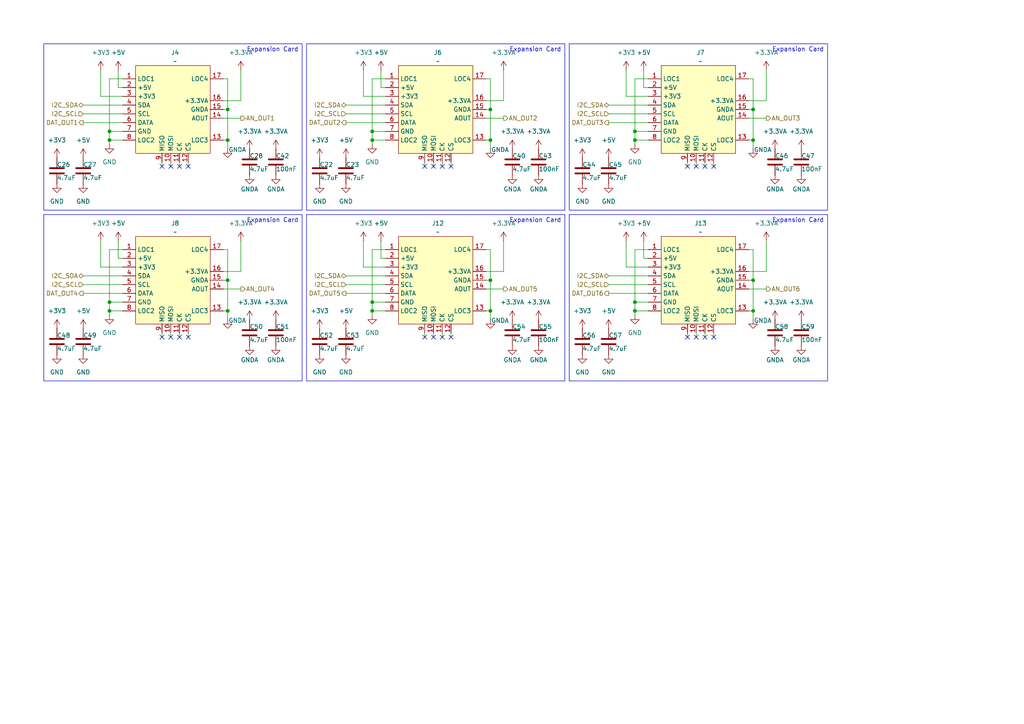
<source format=kicad_sch>
(kicad_sch (version 20231120) (generator "eeschema") (generator_version "8.0")
  (paper "A4")
  (title_block (title "FruityLogger") (date "2024-03-11") (rev "A") (company "FruityJungle Co."))
  (lib_symbols
    (symbol "Device:C" (pin_numbers hide) (pin_names (offset 0.254))
      (property "Reference" "C" (at 0.635 2.54 0))
      (property "Value" "C" (at 0.635 -2.54 0))
      (symbol "C_0_1"
        (polyline (pts (xy -2.032 -0.762) (xy 2.032 -0.762)) (stroke (width 0.508)))
        (polyline (pts (xy -2.032 0.762) (xy 2.032 0.762)) (stroke (width 0.508)))
      )
      (symbol "C_1_1"
        (pin passive line (at 0 3.81 270) (length 2.794) (name "~") (number "1"))
        (pin passive line (at 0 -3.81 90) (length 2.794) (name "~") (number "2"))
      )
    )
    (symbol "ProjectLib:FloggyDigitalModule"
      (property "Reference" "J" (at 8.128 14.986 0))
      (symbol "FloggyDigitalModule_1_1"
        (rectangle (start -11.43 13.97) (end 10.16 -11.43) (fill (type background)))
        (pin passive line (at -15.24 10.16 0) (length 3.81) (name "LOC1") (number "1"))
        (pin input line (at -1.27 -13.97 90) (length 2.54) (name "MOSI") (number "10"))
        (pin input line (at 1.27 -13.97 90) (length 2.54) (name "CK") (number "11"))
        (pin input line (at 3.81 -13.97 90) (length 2.54) (name "CS") (number "12"))
        (pin passive line (at 13.97 -7.62 180) (length 3.81) (name "LOC3") (number "13"))
        (pin passive line (at 13.97 -1.27 180) (length 3.81) (name "AOUT") (number "14"))
        (pin passive line (at 13.97 1.27 180) (length 3.81) (name "GNDA") (number "15"))
        (pin passive line (at 13.97 3.81 180) (length 3.81) (name "+3.3VA") (number "16"))
        (pin passive line (at 13.97 10.16 180) (length 3.81) (name "LOC4") (number "17"))
        (pin power_in line (at -15.24 7.62 0) (length 3.81) (name "+5V") (number "2"))
        (pin power_in line (at -15.24 5.08 0) (length 3.81) (name "+3V3") (number "3"))
        (pin bidirectional line (at -15.24 2.54 0) (length 3.81) (name "SDA") (number "4"))
        (pin input line (at -15.24 0 0) (length 3.81) (name "SCL") (number "5"))
        (pin bidirectional line (at -15.24 -2.54 0) (length 3.81) (name "DATA") (number "6"))
        (pin passive line (at -15.24 -5.08 0) (length 3.81) (name "GND") (number "7"))
        (pin passive line (at -15.24 -7.62 0) (length 3.81) (name "LOC2") (number "8"))
        (pin bidirectional line (at -3.81 -13.97 90) (length 2.54) (name "MISO") (number "9"))
      )
    )
    (symbol "power:+3.3VA" (power) (pin_numbers hide) (pin_names (offset 0) hide)
      (property "Value" "+3.3VA" (at 0 3.556 0))
      (symbol "+3.3VA_0_1"
        (polyline (pts (xy -0.762 1.27) (xy 0 2.54)))
        (polyline (pts (xy 0 0) (xy 0 2.54)))
        (polyline (pts (xy 0 2.54) (xy 0.762 1.27)))
      )
      (symbol "+3.3VA_1_1"
        (pin power_in line (at 0 0 90) (length 0) (name "~") (number "1"))
      )
    )
    (symbol "power:+3V3" (power) (pin_numbers hide) (pin_names (offset 0) hide)
      (property "Value" "+3V3" (at 0 3.556 0))
      (symbol "+3V3_0_1"
        (polyline (pts (xy -0.762 1.27) (xy 0 2.54)))
        (polyline (pts (xy 0 0) (xy 0 2.54)))
        (polyline (pts (xy 0 2.54) (xy 0.762 1.27)))
      )
      (symbol "+3V3_1_1"
        (pin power_in line (at 0 0 90) (length 0) (name "~") (number "1"))
      )
    )
    (symbol "power:+5V" (power) (pin_numbers hide) (pin_names (offset 0) hide)
      (property "Value" "+5V" (at 0 3.556 0))
      (symbol "+5V_0_1"
        (polyline (pts (xy -0.762 1.27) (xy 0 2.54)))
        (polyline (pts (xy 0 0) (xy 0 2.54)))
        (polyline (pts (xy 0 2.54) (xy 0.762 1.27)))
      )
      (symbol "+5V_1_1"
        (pin power_in line (at 0 0 90) (length 0) (name "~") (number "1"))
      )
    )
    (symbol "power:GND" (power) (pin_numbers hide) (pin_names (offset 0) hide)
      (property "Value" "GND" (at 0 -3.81 0))
      (symbol "GND_0_1"
        (polyline (pts (xy 0 0) (xy 0 -1.27) (xy 1.27 -1.27) (xy 0 -2.54) (xy -1.27 -1.27) (xy 0 -1.27)))
      )
      (symbol "GND_1_1"
        (pin power_in line (at 0 0 270) (length 0) (name "~") (number "1"))
      )
    )
    (symbol "power:GNDA" (power) (pin_numbers hide) (pin_names (offset 0) hide)
      (property "Value" "GNDA" (at 0 -3.81 0))
      (symbol "GNDA_0_1"
        (polyline (pts (xy 0 0) (xy 0 -1.27) (xy 1.27 -1.27) (xy 0 -2.54) (xy -1.27 -1.27) (xy 0 -1.27)))
      )
      (symbol "GNDA_1_1"
        (pin power_in line (at 0 0 270) (length 0) (name "~") (number "1"))
      )
    )
  )
  (junction (at 107.95 40.64))
  (junction (at 66.04 81.28))
  (junction (at 31.75 87.63))
  (junction (at 31.75 40.64))
  (junction (at 184.15 40.64))
  (junction (at 142.24 40.64))
  (junction (at 66.04 90.17))
  (junction (at 218.44 90.17))
  (junction (at 218.44 31.75))
  (junction (at 142.24 81.28))
  (junction (at 184.15 87.63))
  (junction (at 66.04 31.75))
  (junction (at 107.95 38.1))
  (junction (at 184.15 90.17))
  (junction (at 31.75 38.1))
  (junction (at 107.95 87.63))
  (junction (at 218.44 40.64))
  (junction (at 218.44 81.28))
  (junction (at 107.95 90.17))
  (junction (at 142.24 31.75))
  (junction (at 184.15 38.1))
  (junction (at 142.24 90.17))
  (junction (at 31.75 90.17))
  (junction (at 66.04 40.64))
  (no_connect (at 49.53 97.79))
  (no_connect (at 46.99 97.79))
  (no_connect (at 128.27 97.79))
  (no_connect (at 46.99 48.26))
  (no_connect (at 125.73 48.26))
  (no_connect (at 207.01 97.79))
  (no_connect (at 52.07 48.26))
  (no_connect (at 207.01 48.26))
  (no_connect (at 199.39 48.26))
  (no_connect (at 54.61 48.26))
  (no_connect (at 201.93 97.79))
  (no_connect (at 54.61 97.79))
  (no_connect (at 130.81 97.79))
  (no_connect (at 204.47 97.79))
  (no_connect (at 123.19 97.79))
  (no_connect (at 128.27 48.26))
  (no_connect (at 49.53 48.26))
  (no_connect (at 204.47 48.26))
  (no_connect (at 199.39 97.79))
  (no_connect (at 130.81 48.26))
  (no_connect (at 52.07 97.79))
  (no_connect (at 123.19 48.26))
  (no_connect (at 201.93 48.26))
  (no_connect (at 125.73 97.79))
  (wire (pts (xy 130.81 48.26) (xy 130.81 46.99)))
  (wire (pts (xy 64.77 83.82) (xy 69.85 83.82)))
  (wire (pts (xy 35.56 40.64) (xy 31.75 40.64)))
  (wire (pts (xy 105.41 77.47) (xy 111.76 77.47)))
  (wire (pts (xy 204.47 46.99) (xy 204.47 48.26)))
  (wire (pts (xy 35.56 90.17) (xy 31.75 90.17)))
  (wire (pts (xy 222.25 20.32) (xy 222.25 29.21)))
  (wire (pts (xy 69.85 69.85) (xy 69.85 78.74)))
  (wire (pts (xy 204.47 96.52) (xy 204.47 97.79)))
  (wire (pts (xy 140.97 90.17) (xy 142.24 90.17)))
  (wire (pts (xy 24.13 33.02) (xy 35.56 33.02)))
  (wire (pts (xy 31.75 40.64) (xy 31.75 38.1)))
  (wire (pts (xy 187.96 40.64) (xy 184.15 40.64)))
  (wire (pts (xy 111.76 90.17) (xy 107.95 90.17)))
  (wire (pts (xy 66.04 22.86) (xy 66.04 31.75)))
  (wire (pts (xy 123.19 96.52) (xy 123.19 97.79)))
  (wire (pts (xy 217.17 83.82) (xy 222.25 83.82)))
  (wire (pts (xy 186.69 69.85) (xy 186.69 74.93)))
  (wire (pts (xy 35.56 72.39) (xy 31.75 72.39)))
  (wire (pts (xy 218.44 72.39) (xy 218.44 81.28)))
  (wire (pts (xy 186.69 74.93) (xy 187.96 74.93)))
  (wire (pts (xy 217.17 90.17) (xy 218.44 90.17)))
  (wire (pts (xy 66.04 40.64) (xy 66.04 43.18)))
  (wire (pts (xy 140.97 78.74) (xy 146.05 78.74)))
  (wire (pts (xy 181.61 77.47) (xy 187.96 77.47)))
  (wire (pts (xy 142.24 81.28) (xy 142.24 90.17)))
  (wire (pts (xy 176.53 30.48) (xy 187.96 30.48)))
  (wire (pts (xy 49.53 96.52) (xy 49.53 97.79)))
  (wire (pts (xy 130.81 97.79) (xy 130.81 96.52)))
  (wire (pts (xy 24.13 80.01) (xy 35.56 80.01)))
  (wire (pts (xy 184.15 40.64) (xy 184.15 41.91)))
  (wire (pts (xy 217.17 72.39) (xy 218.44 72.39)))
  (wire (pts (xy 142.24 31.75) (xy 142.24 40.64)))
  (wire (pts (xy 64.77 31.75) (xy 66.04 31.75)))
  (wire (pts (xy 107.95 38.1) (xy 111.76 38.1)))
  (wire (pts (xy 123.19 46.99) (xy 123.19 48.26)))
  (wire (pts (xy 181.61 20.32) (xy 181.61 27.94)))
  (wire (pts (xy 110.49 20.32) (xy 110.49 25.4)))
  (wire (pts (xy 34.29 20.32) (xy 34.29 25.4)))
  (wire (pts (xy 46.99 46.99) (xy 46.99 48.26)))
  (wire (pts (xy 186.69 25.4) (xy 187.96 25.4)))
  (wire (pts (xy 176.53 85.09) (xy 187.96 85.09)))
  (wire (pts (xy 29.21 27.94) (xy 35.56 27.94)))
  (wire (pts (xy 34.29 74.93) (xy 35.56 74.93)))
  (wire (pts (xy 176.53 82.55) (xy 187.96 82.55)))
  (wire (pts (xy 64.77 72.39) (xy 66.04 72.39)))
  (wire (pts (xy 184.15 72.39) (xy 184.15 87.63)))
  (wire (pts (xy 64.77 29.21) (xy 69.85 29.21)))
  (wire (pts (xy 140.97 31.75) (xy 142.24 31.75)))
  (wire (pts (xy 140.97 34.29) (xy 146.05 34.29)))
  (wire (pts (xy 128.27 96.52) (xy 128.27 97.79)))
  (wire (pts (xy 146.05 20.32) (xy 146.05 29.21)))
  (wire (pts (xy 217.17 31.75) (xy 218.44 31.75)))
  (wire (pts (xy 105.41 27.94) (xy 111.76 27.94)))
  (wire (pts (xy 140.97 83.82) (xy 146.05 83.82)))
  (wire (pts (xy 201.93 96.52) (xy 201.93 97.79)))
  (wire (pts (xy 207.01 48.26) (xy 207.01 46.99)))
  (wire (pts (xy 184.15 87.63) (xy 187.96 87.63)))
  (wire (pts (xy 64.77 81.28) (xy 66.04 81.28)))
  (wire (pts (xy 184.15 38.1) (xy 187.96 38.1)))
  (wire (pts (xy 107.95 90.17) (xy 107.95 87.63)))
  (wire (pts (xy 24.13 35.56) (xy 35.56 35.56)))
  (wire (pts (xy 218.44 81.28) (xy 218.44 90.17)))
  (wire (pts (xy 69.85 20.32) (xy 69.85 29.21)))
  (wire (pts (xy 64.77 78.74) (xy 69.85 78.74)))
  (wire (pts (xy 64.77 34.29) (xy 69.85 34.29)))
  (wire (pts (xy 31.75 72.39) (xy 31.75 87.63)))
  (wire (pts (xy 105.41 69.85) (xy 105.41 77.47)))
  (wire (pts (xy 66.04 31.75) (xy 66.04 40.64)))
  (wire (pts (xy 140.97 29.21) (xy 146.05 29.21)))
  (wire (pts (xy 142.24 90.17) (xy 142.24 92.71)))
  (wire (pts (xy 142.24 72.39) (xy 142.24 81.28)))
  (wire (pts (xy 31.75 87.63) (xy 35.56 87.63)))
  (wire (pts (xy 64.77 90.17) (xy 66.04 90.17)))
  (wire (pts (xy 107.95 40.64) (xy 107.95 41.91)))
  (wire (pts (xy 207.01 97.79) (xy 207.01 96.52)))
  (wire (pts (xy 100.33 85.09) (xy 111.76 85.09)))
  (wire (pts (xy 31.75 38.1) (xy 35.56 38.1)))
  (wire (pts (xy 111.76 72.39) (xy 107.95 72.39)))
  (wire (pts (xy 111.76 22.86) (xy 107.95 22.86)))
  (wire (pts (xy 218.44 40.64) (xy 218.44 43.18)))
  (wire (pts (xy 110.49 74.93) (xy 111.76 74.93)))
  (wire (pts (xy 128.27 46.99) (xy 128.27 48.26)))
  (wire (pts (xy 66.04 72.39) (xy 66.04 81.28)))
  (wire (pts (xy 111.76 40.64) (xy 107.95 40.64)))
  (wire (pts (xy 184.15 22.86) (xy 184.15 38.1)))
  (wire (pts (xy 199.39 46.99) (xy 199.39 48.26)))
  (wire (pts (xy 142.24 22.86) (xy 142.24 31.75)))
  (wire (pts (xy 217.17 81.28) (xy 218.44 81.28)))
  (wire (pts (xy 31.75 90.17) (xy 31.75 91.44)))
  (wire (pts (xy 181.61 69.85) (xy 181.61 77.47)))
  (wire (pts (xy 176.53 33.02) (xy 187.96 33.02)))
  (wire (pts (xy 100.33 35.56) (xy 111.76 35.56)))
  (wire (pts (xy 218.44 22.86) (xy 218.44 31.75)))
  (wire (pts (xy 110.49 69.85) (xy 110.49 74.93)))
  (wire (pts (xy 107.95 90.17) (xy 107.95 91.44)))
  (wire (pts (xy 217.17 29.21) (xy 222.25 29.21)))
  (wire (pts (xy 186.69 20.32) (xy 186.69 25.4)))
  (wire (pts (xy 217.17 40.64) (xy 218.44 40.64)))
  (wire (pts (xy 110.49 25.4) (xy 111.76 25.4)))
  (wire (pts (xy 140.97 40.64) (xy 142.24 40.64)))
  (wire (pts (xy 105.41 20.32) (xy 105.41 27.94)))
  (wire (pts (xy 107.95 40.64) (xy 107.95 38.1)))
  (wire (pts (xy 181.61 27.94) (xy 187.96 27.94)))
  (wire (pts (xy 140.97 22.86) (xy 142.24 22.86)))
  (wire (pts (xy 107.95 72.39) (xy 107.95 87.63)))
  (wire (pts (xy 54.61 97.79) (xy 54.61 96.52)))
  (wire (pts (xy 217.17 34.29) (xy 222.25 34.29)))
  (wire (pts (xy 24.13 82.55) (xy 35.56 82.55)))
  (wire (pts (xy 31.75 40.64) (xy 31.75 41.91)))
  (wire (pts (xy 201.93 46.99) (xy 201.93 48.26)))
  (wire (pts (xy 31.75 90.17) (xy 31.75 87.63)))
  (wire (pts (xy 64.77 22.86) (xy 66.04 22.86)))
  (wire (pts (xy 218.44 31.75) (xy 218.44 40.64)))
  (wire (pts (xy 187.96 90.17) (xy 184.15 90.17)))
  (wire (pts (xy 199.39 96.52) (xy 199.39 97.79)))
  (wire (pts (xy 125.73 96.52) (xy 125.73 97.79)))
  (wire (pts (xy 140.97 81.28) (xy 142.24 81.28)))
  (wire (pts (xy 140.97 72.39) (xy 142.24 72.39)))
  (wire (pts (xy 146.05 69.85) (xy 146.05 78.74)))
  (wire (pts (xy 24.13 30.48) (xy 35.56 30.48)))
  (wire (pts (xy 187.96 22.86) (xy 184.15 22.86)))
  (wire (pts (xy 52.07 96.52) (xy 52.07 97.79)))
  (wire (pts (xy 34.29 25.4) (xy 35.56 25.4)))
  (wire (pts (xy 100.33 80.01) (xy 111.76 80.01)))
  (wire (pts (xy 29.21 69.85) (xy 29.21 77.47)))
  (wire (pts (xy 64.77 40.64) (xy 66.04 40.64)))
  (wire (pts (xy 31.75 22.86) (xy 31.75 38.1)))
  (wire (pts (xy 35.56 22.86) (xy 31.75 22.86)))
  (wire (pts (xy 29.21 77.47) (xy 35.56 77.47)))
  (wire (pts (xy 54.61 48.26) (xy 54.61 46.99)))
  (wire (pts (xy 222.25 69.85) (xy 222.25 78.74)))
  (wire (pts (xy 184.15 90.17) (xy 184.15 91.44)))
  (wire (pts (xy 34.29 69.85) (xy 34.29 74.93)))
  (wire (pts (xy 52.07 46.99) (xy 52.07 48.26)))
  (wire (pts (xy 218.44 90.17) (xy 218.44 92.71)))
  (wire (pts (xy 217.17 78.74) (xy 222.25 78.74)))
  (wire (pts (xy 184.15 40.64) (xy 184.15 38.1)))
  (wire (pts (xy 217.17 22.86) (xy 218.44 22.86)))
  (wire (pts (xy 187.96 72.39) (xy 184.15 72.39)))
  (wire (pts (xy 125.73 46.99) (xy 125.73 48.26)))
  (wire (pts (xy 176.53 35.56) (xy 187.96 35.56)))
  (wire (pts (xy 66.04 81.28) (xy 66.04 90.17)))
  (wire (pts (xy 100.33 33.02) (xy 111.76 33.02)))
  (wire (pts (xy 49.53 46.99) (xy 49.53 48.26)))
  (wire (pts (xy 107.95 22.86) (xy 107.95 38.1)))
  (wire (pts (xy 29.21 20.32) (xy 29.21 27.94)))
  (wire (pts (xy 66.04 90.17) (xy 66.04 92.71)))
  (wire (pts (xy 107.95 87.63) (xy 111.76 87.63)))
  (wire (pts (xy 142.24 40.64) (xy 142.24 43.18)))
  (wire (pts (xy 176.53 80.01) (xy 187.96 80.01)))
  (wire (pts (xy 100.33 82.55) (xy 111.76 82.55)))
  (wire (pts (xy 46.99 96.52) (xy 46.99 97.79)))
  (wire (pts (xy 184.15 90.17) (xy 184.15 87.63)))
  (wire (pts (xy 24.13 85.09) (xy 35.56 85.09)))
  (wire (pts (xy 100.33 30.48) (xy 111.76 30.48)))
  (rectangle (start 88.9 12.7) (end 163.83 60.96))
  (rectangle (start 88.9 62.23) (end 163.83 110.49))
  (rectangle (start 12.7 62.23) (end 87.63 110.49))
  (rectangle (start 165.1 62.23) (end 240.03 110.49))
  (rectangle (start 12.7 12.7) (end 87.63 60.96))
  (rectangle (start 165.1 12.7) (end 240.03 60.96))
  (text "Expansion Card" (at 162.814 13.716 0) (effects (font (size 1.27 1.27)) (justify right top)))
  (text "Expansion Card" (at 162.814 63.246 0) (effects (font (size 1.27 1.27)) (justify right top)))
  (text "Expansion Card" (at 239.014 63.246 0) (effects (font (size 1.27 1.27)) (justify right top)))
  (text "Expansion Card" (at 239.014 13.716 0) (effects (font (size 1.27 1.27)) (justify right top)))
  (text "Expansion Card" (at 86.614 13.716 0) (effects (font (size 1.27 1.27)) (justify right top)))
  (text "Expansion Card" (at 86.614 63.246 0) (effects (font (size 1.27 1.27)) (justify right top)))
  (hierarchical_label "I2C_SCL" (shape input) (at 100.33 33.02 180))
  (hierarchical_label "AN_OUT2" (shape output) (at 146.05 34.29 0))
  (hierarchical_label "AN_OUT6" (shape output) (at 222.25 83.82 0))
  (hierarchical_label "AN_OUT1" (shape output) (at 69.85 34.29 0))
  (hierarchical_label "I2C_SDA" (shape bidirectional) (at 176.53 80.01 180))
  (hierarchical_label "I2C_SDA" (shape bidirectional) (at 24.13 30.48 180))
  (hierarchical_label "DAT_OUT1" (shape output) (at 24.13 35.56 180))
  (hierarchical_label "I2C_SCL" (shape input) (at 100.33 82.55 180))
  (hierarchical_label "DAT_OUT4" (shape output) (at 24.13 85.09 180))
  (hierarchical_label "DAT_OUT2" (shape output) (at 100.33 35.56 180))
  (hierarchical_label "DAT_OUT5" (shape output) (at 100.33 85.09 180))
  (hierarchical_label "DAT_OUT6" (shape output) (at 176.53 85.09 180))
  (hierarchical_label "I2C_SDA" (shape bidirectional) (at 100.33 80.01 180))
  (hierarchical_label "I2C_SCL" (shape input) (at 24.13 82.55 180))
  (hierarchical_label "I2C_SCL" (shape input) (at 176.53 82.55 180))
  (hierarchical_label "AN_OUT5" (shape output) (at 146.05 83.82 0))
  (hierarchical_label "I2C_SCL" (shape input) (at 24.13 33.02 180))
  (hierarchical_label "I2C_SCL" (shape input) (at 176.53 33.02 180))
  (hierarchical_label "DAT_OUT3" (shape output) (at 176.53 35.56 180))
  (hierarchical_label "I2C_SDA" (shape bidirectional) (at 24.13 80.01 180))
  (hierarchical_label "AN_OUT4" (shape output) (at 69.85 83.82 0))
  (hierarchical_label "I2C_SDA" (shape bidirectional) (at 176.53 30.48 180))
  (hierarchical_label "I2C_SDA" (shape bidirectional) (at 100.33 30.48 180))
  (hierarchical_label "AN_OUT3" (shape output) (at 222.25 34.29 0))
  (symbol (lib_id "power:+3V3") (at 16.51 45.72 0) (unit 1)
    (property "Reference" "#PWR077" (effects (hide yes)))
    (property "Value" "+3V3" (at 16.51 40.64 0))
    (property "Description" "Power symbol creates a global label with name \"+3V3\"" (effects (hide yes)))
  )
  (symbol (lib_id "power:+3.3VA") (at 148.59 92.71 0) (unit 1)
    (property "Reference" "#PWR0146" (effects (hide yes)))
    (property "Value" "+3.3VA" (at 148.59 87.63 0))
    (property "Description" "Power symbol creates a global label with name \"+3.3VA\"" (effects (hide yes)))
  )
  (symbol (lib_id "power:GNDA") (at 232.41 100.33 0) (unit 1)
    (property "Reference" "#PWR0162" (effects (hide yes)))
    (property "Value" "GNDA" (at 232.41 104.394 0))
    (property "Description" "Power symbol creates a global label with name \"GNDA\" , analog ground" (effects (hide yes)))
  )
  (symbol (lib_id "power:GNDA") (at 142.24 43.18 0) (unit 1)
    (property "Reference" "#PWR072" (effects (hide yes)))
    (property "Value" "GNDA" (at 145.034 43.434 0))
    (property "Description" "Power symbol creates a global label with name \"GNDA\" , analog ground" (effects (hide yes)))
  )
  (symbol (lib_id "power:+3V3") (at 92.71 95.25 0) (unit 1)
    (property "Reference" "#PWR0137" (effects (hide yes)))
    (property "Value" "+3V3" (at 92.71 90.17 0))
    (property "Description" "Power symbol creates a global label with name \"+3V3\"" (effects (hide yes)))
  )
  (symbol (lib_id "power:GND") (at 184.15 91.44 0) (unit 1)
    (property "Reference" "#PWR0155" (effects (hide yes)))
    (property "Value" "GND" (at 184.15 96.52 0))
    (property "Description" "Power symbol creates a global label with name \"GND\" , ground" (effects (hide yes)))
  )
  (symbol (lib_id "Device:C") (at 168.91 49.53 0) (unit 1)
    (property "Reference" "C44" (at 168.91 47.752 0) (effects (justify left)))
    (property "Value" "4.7uF" (at 168.91 51.562 0) (effects (justify left)))
    (property "Footprint" "Capacitor_SMD:C_0805_2012Metric" (effects (hide yes)))
    (property "Description" "Unpolarized capacitor" (effects (hide yes)))
    (property "JLCPCB Basic?" "True" (effects (hide yes)))
    (property "Cost" "0.0146" (effects (hide yes)))
    (property "JLCPCB" "https://jlcpcb.com/partdetail/2131-CL21A475KAQNNNE/C1779" (effects (hide yes)))
  )
  (symbol (lib_id "ProjectLib:FloggyDigitalModule") (at 127 82.55 0) (unit 1)
    (property "Reference" "J12" (at 127 64.77 0))
    (property "Value" "~" (at 127 67.31 0))
    (property "Footprint" "ProjectLib:FloggyModuleBase" (effects (hide yes)))
  )
  (symbol (lib_id "power:+5V") (at 110.49 69.85 0) (unit 1)
    (property "Reference" "#PWR0143" (effects (hide yes)))
    (property "Value" "+5V" (at 110.49 64.77 0))
    (property "Description" "Power symbol creates a global label with name \"+5V\"" (effects (hide yes)))
  )
  (symbol (lib_id "ProjectLib:FloggyDigitalModule") (at 203.2 82.55 0) (unit 1)
    (property "Reference" "J13" (at 203.2 64.77 0))
    (property "Value" "~" (at 203.2 67.31 0))
    (property "Footprint" "ProjectLib:FloggyModuleBase" (effects (hide yes)))
  )
  (symbol (lib_id "Device:C") (at 16.51 49.53 0) (unit 1)
    (property "Reference" "C26" (at 16.51 47.752 0) (effects (justify left)))
    (property "Value" "4.7uF" (at 16.51 51.562 0) (effects (justify left)))
    (property "Footprint" "Capacitor_SMD:C_0805_2012Metric" (effects (hide yes)))
    (property "Description" "Unpolarized capacitor" (effects (hide yes)))
    (property "JLCPCB Basic?" "True" (effects (hide yes)))
    (property "Cost" "0.0146" (effects (hide yes)))
    (property "JLCPCB" "https://jlcpcb.com/partdetail/2131-CL21A475KAQNNNE/C1779" (effects (hide yes)))
  )
  (symbol (lib_id "power:GNDA") (at 148.59 100.33 0) (unit 1)
    (property "Reference" "#PWR0147" (effects (hide yes)))
    (property "Value" "GNDA" (at 148.59 104.394 0))
    (property "Description" "Power symbol creates a global label with name \"GNDA\" , analog ground" (effects (hide yes)))
  )
  (symbol (lib_id "Device:C") (at 72.39 96.52 0) (unit 1)
    (property "Reference" "C50" (at 72.39 94.742 0) (effects (justify left)))
    (property "Value" "4.7uF" (at 72.39 98.552 0) (effects (justify left)))
    (property "Footprint" "Capacitor_SMD:C_0805_2012Metric" (effects (hide yes)))
    (property "Description" "Unpolarized capacitor" (effects (hide yes)))
    (property "JLCPCB Basic?" "True" (effects (hide yes)))
    (property "Cost" "0.0146" (effects (hide yes)))
    (property "JLCPCB" "https://jlcpcb.com/partdetail/2131-CL21A475KAQNNNE/C1779" (effects (hide yes)))
  )
  (symbol (lib_id "Device:C") (at 232.41 96.52 0) (unit 1)
    (property "Reference" "C59" (at 232.41 94.742 0) (effects (justify left)))
    (property "Value" "100nF" (at 232.41 98.552 0) (effects (justify left)))
    (property "Footprint" "Capacitor_SMD:C_0603_1608Metric" (effects (hide yes)))
    (property "Description" "Unpolarized capacitor" (effects (hide yes)))
    (property "Cost" "0.0021" (effects (hide yes)))
    (property "JLCPCB" "https://jlcpcb.com/partdetail/Yageo-CC0603KRX7R9BB104/C14663" (effects (hide yes)))
    (property "JLCPCB Basic?" "True" (effects (hide yes)))
  )
  (symbol (lib_id "power:+3.3VA") (at 80.01 43.18 0) (unit 1)
    (property "Reference" "#PWR0113" (effects (hide yes)))
    (property "Value" "+3.3VA" (at 80.01 38.1 0))
    (property "Description" "Power symbol creates a global label with name \"+3.3VA\"" (effects (hide yes)))
  )
  (symbol (lib_id "ProjectLib:FloggyDigitalModule") (at 50.8 33.02 0) (unit 1)
    (property "Reference" "J4" (at 50.8 15.24 0))
    (property "Value" "~" (at 50.8 17.78 0))
    (property "Footprint" "ProjectLib:FloggyModuleBase" (effects (hide yes)))
  )
  (symbol (lib_id "power:GNDA") (at 224.79 100.33 0) (unit 1)
    (property "Reference" "#PWR0160" (effects (hide yes)))
    (property "Value" "GNDA" (at 224.79 104.394 0))
    (property "Description" "Power symbol creates a global label with name \"GNDA\" , analog ground" (effects (hide yes)))
  )
  (symbol (lib_id "power:+5V") (at 24.13 45.72 0) (unit 1)
    (property "Reference" "#PWR079" (effects (hide yes)))
    (property "Value" "+5V" (at 24.13 40.64 0))
    (property "Description" "Power symbol creates a global label with name \"+5V\"" (effects (hide yes)))
  )
  (symbol (lib_id "power:GND") (at 31.75 41.91 0) (unit 1)
    (property "Reference" "#PWR0116" (effects (hide yes)))
    (property "Value" "GND" (at 31.75 46.99 0))
    (property "Description" "Power symbol creates a global label with name \"GND\" , ground" (effects (hide yes)))
  )
  (symbol (lib_id "Device:C") (at 168.91 99.06 0) (unit 1)
    (property "Reference" "C56" (at 168.91 97.282 0) (effects (justify left)))
    (property "Value" "4.7uF" (at 168.91 101.092 0) (effects (justify left)))
    (property "Footprint" "Capacitor_SMD:C_0805_2012Metric" (effects (hide yes)))
    (property "Description" "Unpolarized capacitor" (effects (hide yes)))
    (property "JLCPCB Basic?" "True" (effects (hide yes)))
    (property "Cost" "0.0146" (effects (hide yes)))
    (property "JLCPCB" "https://jlcpcb.com/partdetail/2131-CL21A475KAQNNNE/C1779" (effects (hide yes)))
  )
  (symbol (lib_id "Device:C") (at 80.01 96.52 0) (unit 1)
    (property "Reference" "C51" (at 80.01 94.742 0) (effects (justify left)))
    (property "Value" "100nF" (at 80.01 98.552 0) (effects (justify left)))
    (property "Footprint" "Capacitor_SMD:C_0603_1608Metric" (effects (hide yes)))
    (property "Description" "Unpolarized capacitor" (effects (hide yes)))
    (property "Cost" "0.0021" (effects (hide yes)))
    (property "JLCPCB" "https://jlcpcb.com/partdetail/Yageo-CC0603KRX7R9BB104/C14663" (effects (hide yes)))
    (property "JLCPCB Basic?" "True" (effects (hide yes)))
  )
  (symbol (lib_id "power:+3V3") (at 181.61 69.85 0) (unit 1)
    (property "Reference" "#PWR0154" (effects (hide yes)))
    (property "Value" "+3V3" (at 181.61 64.77 0))
    (property "Description" "Power symbol creates a global label with name \"+3V3\"" (effects (hide yes)))
  )
  (symbol (lib_id "power:GND") (at 168.91 102.87 0) (unit 1)
    (property "Reference" "#PWR0151" (effects (hide yes)))
    (property "Value" "GND" (at 168.91 107.95 0))
    (property "Description" "Power symbol creates a global label with name \"GND\" , ground" (effects (hide yes)))
  )
  (symbol (lib_id "power:+3.3VA") (at 80.01 92.71 0) (unit 1)
    (property "Reference" "#PWR0135" (effects (hide yes)))
    (property "Value" "+3.3VA" (at 80.01 87.63 0))
    (property "Description" "Power symbol creates a global label with name \"+3.3VA\"" (effects (hide yes)))
  )
  (symbol (lib_id "power:GNDA") (at 72.39 100.33 0) (unit 1)
    (property "Reference" "#PWR0134" (effects (hide yes)))
    (property "Value" "GNDA" (at 72.39 104.394 0))
    (property "Description" "Power symbol creates a global label with name \"GNDA\" , analog ground" (effects (hide yes)))
  )
  (symbol (lib_id "power:+5V") (at 100.33 95.25 0) (unit 1)
    (property "Reference" "#PWR0139" (effects (hide yes)))
    (property "Value" "+5V" (at 100.33 90.17 0))
    (property "Description" "Power symbol creates a global label with name \"+5V\"" (effects (hide yes)))
  )
  (symbol (lib_id "power:GNDA") (at 232.41 50.8 0) (unit 1)
    (property "Reference" "#PWR0123" (effects (hide yes)))
    (property "Value" "GNDA" (at 232.41 54.864 0))
    (property "Description" "Power symbol creates a global label with name \"GNDA\" , analog ground" (effects (hide yes)))
  )
  (symbol (lib_id "Device:C") (at 24.13 49.53 0) (unit 1)
    (property "Reference" "C27" (at 24.13 47.752 0) (effects (justify left)))
    (property "Value" "4.7uF" (at 24.13 51.562 0) (effects (justify left)))
    (property "Footprint" "Capacitor_SMD:C_0805_2012Metric" (effects (hide yes)))
    (property "Description" "Unpolarized capacitor" (effects (hide yes)))
    (property "JLCPCB Basic?" "True" (effects (hide yes)))
    (property "Cost" "0.0146" (effects (hide yes)))
    (property "JLCPCB" "https://jlcpcb.com/partdetail/2131-CL21A475KAQNNNE/C1779" (effects (hide yes)))
  )
  (symbol (lib_id "power:+5V") (at 110.49 20.32 0) (unit 1)
    (property "Reference" "#PWR069" (effects (hide yes)))
    (property "Value" "+5V" (at 110.49 15.24 0))
    (property "Description" "Power symbol creates a global label with name \"+5V\"" (effects (hide yes)))
  )
  (symbol (lib_id "power:GND") (at 176.53 53.34 0) (unit 1)
    (property "Reference" "#PWR0105" (effects (hide yes)))
    (property "Value" "GND" (at 176.53 58.42 0))
    (property "Description" "Power symbol creates a global label with name \"GND\" , ground" (effects (hide yes)))
  )
  (symbol (lib_id "Device:C") (at 72.39 46.99 0) (unit 1)
    (property "Reference" "C28" (at 72.39 45.212 0) (effects (justify left)))
    (property "Value" "4.7uF" (at 72.39 49.022 0) (effects (justify left)))
    (property "Footprint" "Capacitor_SMD:C_0805_2012Metric" (effects (hide yes)))
    (property "Description" "Unpolarized capacitor" (effects (hide yes)))
    (property "JLCPCB Basic?" "True" (effects (hide yes)))
    (property "Cost" "0.0146" (effects (hide yes)))
    (property "JLCPCB" "https://jlcpcb.com/partdetail/2131-CL21A475KAQNNNE/C1779" (effects (hide yes)))
  )
  (symbol (lib_id "power:+3.3VA") (at 146.05 69.85 0) (unit 1)
    (property "Reference" "#PWR0145" (effects (hide yes)))
    (property "Value" "+3.3VA" (at 146.05 64.77 0))
    (property "Description" "Power symbol creates a global label with name \"+3.3VA\"" (effects (hide yes)))
  )
  (symbol (lib_id "power:GND") (at 100.33 53.34 0) (unit 1)
    (property "Reference" "#PWR034" (effects (hide yes)))
    (property "Value" "GND" (at 100.33 58.42 0))
    (property "Description" "Power symbol creates a global label with name \"GND\" , ground" (effects (hide yes)))
  )
  (symbol (lib_id "power:+3.3VA") (at 232.41 92.71 0) (unit 1)
    (property "Reference" "#PWR0161" (effects (hide yes)))
    (property "Value" "+3.3VA" (at 232.41 87.63 0))
    (property "Description" "Power symbol creates a global label with name \"+3.3VA\"" (effects (hide yes)))
  )
  (symbol (lib_id "power:GND") (at 92.71 53.34 0) (unit 1)
    (property "Reference" "#PWR09" (effects (hide yes)))
    (property "Value" "GND" (at 92.71 58.42 0))
    (property "Description" "Power symbol creates a global label with name \"GND\" , ground" (effects (hide yes)))
  )
  (symbol (lib_id "power:+3.3VA") (at 148.59 43.18 0) (unit 1)
    (property "Reference" "#PWR074" (effects (hide yes)))
    (property "Value" "+3.3VA" (at 148.59 38.1 0))
    (property "Description" "Power symbol creates a global label with name \"+3.3VA\"" (effects (hide yes)))
  )
  (symbol (lib_id "Device:C") (at 156.21 96.52 0) (unit 1)
    (property "Reference" "C55" (at 156.21 94.742 0) (effects (justify left)))
    (property "Value" "100nF" (at 156.21 98.552 0) (effects (justify left)))
    (property "Footprint" "Capacitor_SMD:C_0603_1608Metric" (effects (hide yes)))
    (property "Description" "Unpolarized capacitor" (effects (hide yes)))
    (property "Cost" "0.0021" (effects (hide yes)))
    (property "JLCPCB" "https://jlcpcb.com/partdetail/Yageo-CC0603KRX7R9BB104/C14663" (effects (hide yes)))
    (property "JLCPCB Basic?" "True" (effects (hide yes)))
  )
  (symbol (lib_id "power:+3V3") (at 29.21 69.85 0) (unit 1)
    (property "Reference" "#PWR0128" (effects (hide yes)))
    (property "Value" "+3V3" (at 29.21 64.77 0))
    (property "Description" "Power symbol creates a global label with name \"+3V3\"" (effects (hide yes)))
  )
  (symbol (lib_id "Device:C") (at 232.41 46.99 0) (unit 1)
    (property "Reference" "C47" (at 232.41 45.212 0) (effects (justify left)))
    (property "Value" "100nF" (at 232.41 49.022 0) (effects (justify left)))
    (property "Footprint" "Capacitor_SMD:C_0603_1608Metric" (effects (hide yes)))
    (property "Description" "Unpolarized capacitor" (effects (hide yes)))
    (property "Cost" "0.0021" (effects (hide yes)))
    (property "JLCPCB" "https://jlcpcb.com/partdetail/Yageo-CC0603KRX7R9BB104/C14663" (effects (hide yes)))
    (property "JLCPCB Basic?" "True" (effects (hide yes)))
  )
  (symbol (lib_id "Device:C") (at 148.59 46.99 0) (unit 1)
    (property "Reference" "C40" (at 148.59 45.212 0) (effects (justify left)))
    (property "Value" "4.7uF" (at 148.59 49.022 0) (effects (justify left)))
    (property "Footprint" "Capacitor_SMD:C_0805_2012Metric" (effects (hide yes)))
    (property "Description" "Unpolarized capacitor" (effects (hide yes)))
    (property "JLCPCB Basic?" "True" (effects (hide yes)))
    (property "Cost" "0.0146" (effects (hide yes)))
    (property "JLCPCB" "https://jlcpcb.com/partdetail/2131-CL21A475KAQNNNE/C1779" (effects (hide yes)))
  )
  (symbol (lib_id "power:GNDA") (at 148.59 50.8 0) (unit 1)
    (property "Reference" "#PWR085" (effects (hide yes)))
    (property "Value" "GNDA" (at 148.59 54.864 0))
    (property "Description" "Power symbol creates a global label with name \"GNDA\" , analog ground" (effects (hide yes)))
  )
  (symbol (lib_id "Device:C") (at 100.33 49.53 0) (unit 1)
    (property "Reference" "C23" (at 100.33 47.752 0) (effects (justify left)))
    (property "Value" "4.7uF" (at 100.33 51.562 0) (effects (justify left)))
    (property "Footprint" "Capacitor_SMD:C_0805_2012Metric" (effects (hide yes)))
    (property "Description" "Unpolarized capacitor" (effects (hide yes)))
    (property "JLCPCB Basic?" "True" (effects (hide yes)))
    (property "Cost" "0.0146" (effects (hide yes)))
    (property "JLCPCB" "https://jlcpcb.com/partdetail/2131-CL21A475KAQNNNE/C1779" (effects (hide yes)))
  )
  (symbol (lib_id "power:+3.3VA") (at 156.21 92.71 0) (unit 1)
    (property "Reference" "#PWR0148" (effects (hide yes)))
    (property "Value" "+3.3VA" (at 156.21 87.63 0))
    (property "Description" "Power symbol creates a global label with name \"+3.3VA\"" (effects (hide yes)))
  )
  (symbol (lib_id "power:+5V") (at 100.33 45.72 0) (unit 1)
    (property "Reference" "#PWR013" (effects (hide yes)))
    (property "Value" "+5V" (at 100.33 40.64 0))
    (property "Description" "Power symbol creates a global label with name \"+5V\"" (effects (hide yes)))
  )
  (symbol (lib_id "power:GND") (at 24.13 102.87 0) (unit 1)
    (property "Reference" "#PWR0127" (effects (hide yes)))
    (property "Value" "GND" (at 24.13 107.95 0))
    (property "Description" "Power symbol creates a global label with name \"GND\" , ground" (effects (hide yes)))
  )
  (symbol (lib_id "power:GND") (at 176.53 102.87 0) (unit 1)
    (property "Reference" "#PWR0153" (effects (hide yes)))
    (property "Value" "GND" (at 176.53 107.95 0))
    (property "Description" "Power symbol creates a global label with name \"GND\" , ground" (effects (hide yes)))
  )
  (symbol (lib_id "power:+3.3VA") (at 156.21 43.18 0) (unit 1)
    (property "Reference" "#PWR086" (effects (hide yes)))
    (property "Value" "+3.3VA" (at 156.21 38.1 0))
    (property "Description" "Power symbol creates a global label with name \"+3.3VA\"" (effects (hide yes)))
  )
  (symbol (lib_id "Device:C") (at 156.21 46.99 0) (unit 1)
    (property "Reference" "C43" (at 156.21 45.212 0) (effects (justify left)))
    (property "Value" "100nF" (at 156.21 49.022 0) (effects (justify left)))
    (property "Footprint" "Capacitor_SMD:C_0603_1608Metric" (effects (hide yes)))
    (property "Description" "Unpolarized capacitor" (effects (hide yes)))
    (property "Cost" "0.0021" (effects (hide yes)))
    (property "JLCPCB" "https://jlcpcb.com/partdetail/Yageo-CC0603KRX7R9BB104/C14663" (effects (hide yes)))
    (property "JLCPCB Basic?" "True" (effects (hide yes)))
  )
  (symbol (lib_id "power:GND") (at 107.95 91.44 0) (unit 1)
    (property "Reference" "#PWR0142" (effects (hide yes)))
    (property "Value" "GND" (at 107.95 96.52 0))
    (property "Description" "Power symbol creates a global label with name \"GND\" , ground" (effects (hide yes)))
  )
  (symbol (lib_id "power:GNDA") (at 66.04 43.18 0) (unit 1)
    (property "Reference" "#PWR081" (effects (hide yes)))
    (property "Value" "GNDA" (at 68.834 43.434 0))
    (property "Description" "Power symbol creates a global label with name \"GNDA\" , analog ground" (effects (hide yes)))
  )
  (symbol (lib_id "Device:C") (at 224.79 96.52 0) (unit 1)
    (property "Reference" "C58" (at 224.79 94.742 0) (effects (justify left)))
    (property "Value" "4.7uF" (at 224.79 98.552 0) (effects (justify left)))
    (property "Footprint" "Capacitor_SMD:C_0805_2012Metric" (effects (hide yes)))
    (property "Description" "Unpolarized capacitor" (effects (hide yes)))
    (property "JLCPCB Basic?" "True" (effects (hide yes)))
    (property "Cost" "0.0146" (effects (hide yes)))
    (property "JLCPCB" "https://jlcpcb.com/partdetail/2131-CL21A475KAQNNNE/C1779" (effects (hide yes)))
  )
  (symbol (lib_id "power:+3.3VA") (at 69.85 69.85 0) (unit 1)
    (property "Reference" "#PWR0132" (effects (hide yes)))
    (property "Value" "+3.3VA" (at 69.85 64.77 0))
    (property "Description" "Power symbol creates a global label with name \"+3.3VA\"" (effects (hide yes)))
  )
  (symbol (lib_id "power:GND") (at 31.75 91.44 0) (unit 1)
    (property "Reference" "#PWR0129" (effects (hide yes)))
    (property "Value" "GND" (at 31.75 96.52 0))
    (property "Description" "Power symbol creates a global label with name \"GND\" , ground" (effects (hide yes)))
  )
  (symbol (lib_id "ProjectLib:FloggyDigitalModule") (at 127 33.02 0) (unit 1)
    (property "Reference" "J6" (at 127 15.24 0))
    (property "Value" "~" (at 127 17.78 0))
    (property "Footprint" "ProjectLib:FloggyModuleBase" (effects (hide yes)))
  )
  (symbol (lib_id "power:GNDA") (at 80.01 100.33 0) (unit 1)
    (property "Reference" "#PWR0136" (effects (hide yes)))
    (property "Value" "GNDA" (at 80.01 104.394 0))
    (property "Description" "Power symbol creates a global label with name \"GNDA\" , analog ground" (effects (hide yes)))
  )
  (symbol (lib_id "Device:C") (at 224.79 46.99 0) (unit 1)
    (property "Reference" "C46" (at 224.79 45.212 0) (effects (justify left)))
    (property "Value" "4.7uF" (at 224.79 49.022 0) (effects (justify left)))
    (property "Footprint" "Capacitor_SMD:C_0805_2012Metric" (effects (hide yes)))
    (property "Description" "Unpolarized capacitor" (effects (hide yes)))
    (property "JLCPCB Basic?" "True" (effects (hide yes)))
    (property "Cost" "0.0146" (effects (hide yes)))
    (property "JLCPCB" "https://jlcpcb.com/partdetail/2131-CL21A475KAQNNNE/C1779" (effects (hide yes)))
  )
  (symbol (lib_id "power:+3V3") (at 168.91 95.25 0) (unit 1)
    (property "Reference" "#PWR0150" (effects (hide yes)))
    (property "Value" "+3V3" (at 168.91 90.17 0))
    (property "Description" "Power symbol creates a global label with name \"+3V3\"" (effects (hide yes)))
  )
  (symbol (lib_id "Device:C") (at 176.53 99.06 0) (unit 1)
    (property "Reference" "C57" (at 176.53 97.282 0) (effects (justify left)))
    (property "Value" "4.7uF" (at 176.53 101.092 0) (effects (justify left)))
    (property "Footprint" "Capacitor_SMD:C_0805_2012Metric" (effects (hide yes)))
    (property "Description" "Unpolarized capacitor" (effects (hide yes)))
    (property "JLCPCB Basic?" "True" (effects (hide yes)))
    (property "Cost" "0.0146" (effects (hide yes)))
    (property "JLCPCB" "https://jlcpcb.com/partdetail/2131-CL21A475KAQNNNE/C1779" (effects (hide yes)))
  )
  (symbol (lib_id "power:+3.3VA") (at 146.05 20.32 0) (unit 1)
    (property "Reference" "#PWR073" (effects (hide yes)))
    (property "Value" "+3.3VA" (at 146.05 15.24 0))
    (property "Description" "Power symbol creates a global label with name \"+3.3VA\"" (effects (hide yes)))
  )
  (symbol (lib_id "power:+3V3") (at 29.21 20.32 0) (unit 1)
    (property "Reference" "#PWR075" (effects (hide yes)))
    (property "Value" "+3V3" (at 29.21 15.24 0))
    (property "Description" "Power symbol creates a global label with name \"+3V3\"" (effects (hide yes)))
  )
  (symbol (lib_id "power:+3V3") (at 105.41 69.85 0) (unit 1)
    (property "Reference" "#PWR0141" (effects (hide yes)))
    (property "Value" "+3V3" (at 105.41 64.77 0))
    (property "Description" "Power symbol creates a global label with name \"+3V3\"" (effects (hide yes)))
  )
  (symbol (lib_id "Device:C") (at 176.53 49.53 0) (unit 1)
    (property "Reference" "C45" (at 176.53 47.752 0) (effects (justify left)))
    (property "Value" "4.7uF" (at 176.53 51.562 0) (effects (justify left)))
    (property "Footprint" "Capacitor_SMD:C_0805_2012Metric" (effects (hide yes)))
    (property "Description" "Unpolarized capacitor" (effects (hide yes)))
    (property "JLCPCB Basic?" "True" (effects (hide yes)))
    (property "Cost" "0.0146" (effects (hide yes)))
    (property "JLCPCB" "https://jlcpcb.com/partdetail/2131-CL21A475KAQNNNE/C1779" (effects (hide yes)))
  )
  (symbol (lib_id "power:+3.3VA") (at 72.39 92.71 0) (unit 1)
    (property "Reference" "#PWR0133" (effects (hide yes)))
    (property "Value" "+3.3VA" (at 72.39 87.63 0))
    (property "Description" "Power symbol creates a global label with name \"+3.3VA\"" (effects (hide yes)))
  )
  (symbol (lib_id "power:+5V") (at 34.29 20.32 0) (unit 1)
    (property "Reference" "#PWR076" (effects (hide yes)))
    (property "Value" "+5V" (at 34.29 15.24 0))
    (property "Description" "Power symbol creates a global label with name \"+5V\"" (effects (hide yes)))
  )
  (symbol (lib_id "ProjectLib:FloggyDigitalModule") (at 203.2 33.02 0) (unit 1)
    (property "Reference" "J7" (at 203.2 15.24 0))
    (property "Value" "~" (at 203.2 17.78 0))
    (property "Footprint" "ProjectLib:FloggyModuleBase" (effects (hide yes)))
  )
  (symbol (lib_id "power:GNDA") (at 224.79 50.8 0) (unit 1)
    (property "Reference" "#PWR0121" (effects (hide yes)))
    (property "Value" "GNDA" (at 224.79 54.864 0))
    (property "Description" "Power symbol creates a global label with name \"GNDA\" , analog ground" (effects (hide yes)))
  )
  (symbol (lib_id "power:GND") (at 100.33 102.87 0) (unit 1)
    (property "Reference" "#PWR0140" (effects (hide yes)))
    (property "Value" "GND" (at 100.33 107.95 0))
    (property "Description" "Power symbol creates a global label with name \"GND\" , ground" (effects (hide yes)))
  )
  (symbol (lib_id "power:GND") (at 184.15 41.91 0) (unit 1)
    (property "Reference" "#PWR0109" (effects (hide yes)))
    (property "Value" "GND" (at 184.15 46.99 0))
    (property "Description" "Power symbol creates a global label with name \"GND\" , ground" (effects (hide yes)))
  )
  (symbol (lib_id "power:+5V") (at 24.13 95.25 0) (unit 1)
    (property "Reference" "#PWR0126" (effects (hide yes)))
    (property "Value" "+5V" (at 24.13 90.17 0))
    (property "Description" "Power symbol creates a global label with name \"+5V\"" (effects (hide yes)))
  )
  (symbol (lib_id "power:GNDA") (at 218.44 43.18 0) (unit 1)
    (property "Reference" "#PWR0118" (effects (hide yes)))
    (property "Value" "GNDA" (at 221.234 43.434 0))
    (property "Description" "Power symbol creates a global label with name \"GNDA\" , analog ground" (effects (hide yes)))
  )
  (symbol (lib_id "power:+5V") (at 186.69 69.85 0) (unit 1)
    (property "Reference" "#PWR0156" (effects (hide yes)))
    (property "Value" "+5V" (at 186.69 64.77 0))
    (property "Description" "Power symbol creates a global label with name \"+5V\"" (effects (hide yes)))
  )
  (symbol (lib_id "Device:C") (at 16.51 99.06 0) (unit 1)
    (property "Reference" "C48" (at 16.51 97.282 0) (effects (justify left)))
    (property "Value" "4.7uF" (at 16.51 101.092 0) (effects (justify left)))
    (property "Footprint" "Capacitor_SMD:C_0805_2012Metric" (effects (hide yes)))
    (property "Description" "Unpolarized capacitor" (effects (hide yes)))
    (property "JLCPCB Basic?" "True" (effects (hide yes)))
    (property "Cost" "0.0146" (effects (hide yes)))
    (property "JLCPCB" "https://jlcpcb.com/partdetail/2131-CL21A475KAQNNNE/C1779" (effects (hide yes)))
  )
  (symbol (lib_id "power:+5V") (at 176.53 45.72 0) (unit 1)
    (property "Reference" "#PWR0104" (effects (hide yes)))
    (property "Value" "+5V" (at 176.53 40.64 0))
    (property "Description" "Power symbol creates a global label with name \"+5V\"" (effects (hide yes)))
  )
  (symbol (lib_id "power:GND") (at 92.71 102.87 0) (unit 1)
    (property "Reference" "#PWR0138" (effects (hide yes)))
    (property "Value" "GND" (at 92.71 107.95 0))
    (property "Description" "Power symbol creates a global label with name \"GND\" , ground" (effects (hide yes)))
  )
  (symbol (lib_id "power:GND") (at 168.91 53.34 0) (unit 1)
    (property "Reference" "#PWR0103" (effects (hide yes)))
    (property "Value" "GND" (at 168.91 58.42 0))
    (property "Description" "Power symbol creates a global label with name \"GND\" , ground" (effects (hide yes)))
  )
  (symbol (lib_id "power:GND") (at 107.95 41.91 0) (unit 1)
    (property "Reference" "#PWR068" (effects (hide yes)))
    (property "Value" "GND" (at 107.95 46.99 0))
    (property "Description" "Power symbol creates a global label with name \"GND\" , ground" (effects (hide yes)))
  )
  (symbol (lib_id "power:GNDA") (at 218.44 92.71 0) (unit 1)
    (property "Reference" "#PWR0157" (effects (hide yes)))
    (property "Value" "GNDA" (at 221.234 92.964 0))
    (property "Description" "Power symbol creates a global label with name \"GNDA\" , analog ground" (effects (hide yes)))
  )
  (symbol (lib_id "power:+3.3VA") (at 69.85 20.32 0) (unit 1)
    (property "Reference" "#PWR0115" (effects (hide yes)))
    (property "Value" "+3.3VA" (at 69.85 15.24 0))
    (property "Description" "Power symbol creates a global label with name \"+3.3VA\"" (effects (hide yes)))
  )
  (symbol (lib_id "power:+5V") (at 186.69 20.32 0) (unit 1)
    (property "Reference" "#PWR0117" (effects (hide yes)))
    (property "Value" "+5V" (at 186.69 15.24 0))
    (property "Description" "Power symbol creates a global label with name \"+5V\"" (effects (hide yes)))
  )
  (symbol (lib_id "power:GND") (at 16.51 53.34 0) (unit 1)
    (property "Reference" "#PWR078" (effects (hide yes)))
    (property "Value" "GND" (at 16.51 58.42 0))
    (property "Description" "Power symbol creates a global label with name \"GND\" , ground" (effects (hide yes)))
  )
  (symbol (lib_id "power:+3.3VA") (at 232.41 43.18 0) (unit 1)
    (property "Reference" "#PWR0122" (effects (hide yes)))
    (property "Value" "+3.3VA" (at 232.41 38.1 0))
    (property "Description" "Power symbol creates a global label with name \"+3.3VA\"" (effects (hide yes)))
  )
  (symbol (lib_id "power:+3V3") (at 105.41 20.32 0) (unit 1)
    (property "Reference" "#PWR039" (effects (hide yes)))
    (property "Value" "+3V3" (at 105.41 15.24 0))
    (property "Description" "Power symbol creates a global label with name \"+3V3\"" (effects (hide yes)))
  )
  (symbol (lib_id "power:+3.3VA") (at 224.79 43.18 0) (unit 1)
    (property "Reference" "#PWR0120" (effects (hide yes)))
    (property "Value" "+3.3VA" (at 224.79 38.1 0))
    (property "Description" "Power symbol creates a global label with name \"+3.3VA\"" (effects (hide yes)))
  )
  (symbol (lib_id "power:GND") (at 16.51 102.87 0) (unit 1)
    (property "Reference" "#PWR0125" (effects (hide yes)))
    (property "Value" "GND" (at 16.51 107.95 0))
    (property "Description" "Power symbol creates a global label with name \"GND\" , ground" (effects (hide yes)))
  )
  (symbol (lib_id "power:+3.3VA") (at 222.25 69.85 0) (unit 1)
    (property "Reference" "#PWR0158" (effects (hide yes)))
    (property "Value" "+3.3VA" (at 222.25 64.77 0))
    (property "Description" "Power symbol creates a global label with name \"+3.3VA\"" (effects (hide yes)))
  )
  (symbol (lib_id "power:GNDA") (at 156.21 100.33 0) (unit 1)
    (property "Reference" "#PWR0149" (effects (hide yes)))
    (property "Value" "GNDA" (at 156.21 104.394 0))
    (property "Description" "Power symbol creates a global label with name \"GNDA\" , analog ground" (effects (hide yes)))
  )
  (symbol (lib_id "power:GNDA") (at 80.01 50.8 0) (unit 1)
    (property "Reference" "#PWR0114" (effects (hide yes)))
    (property "Value" "GNDA" (at 80.01 54.864 0))
    (property "Description" "Power symbol creates a global label with name \"GNDA\" , analog ground" (effects (hide yes)))
  )
  (symbol (lib_id "power:+5V") (at 34.29 69.85 0) (unit 1)
    (property "Reference" "#PWR0130" (effects (hide yes)))
    (property "Value" "+5V" (at 34.29 64.77 0))
    (property "Description" "Power symbol creates a global label with name \"+5V\"" (effects (hide yes)))
  )
  (symbol (lib_id "ProjectLib:FloggyDigitalModule") (at 50.8 82.55 0) (unit 1)
    (property "Reference" "J8" (at 50.8 64.77 0))
    (property "Value" "~" (at 50.8 67.31 0))
    (property "Footprint" "ProjectLib:FloggyModuleBase" (effects (hide yes)))
  )
  (symbol (lib_id "Device:C") (at 92.71 49.53 0) (unit 1)
    (property "Reference" "C22" (at 92.71 47.752 0) (effects (justify left)))
    (property "Value" "4.7uF" (at 92.71 51.562 0) (effects (justify left)))
    (property "Footprint" "Capacitor_SMD:C_0805_2012Metric" (effects (hide yes)))
    (property "Description" "Unpolarized capacitor" (effects (hide yes)))
    (property "JLCPCB Basic?" "True" (effects (hide yes)))
    (property "Cost" "0.0146" (effects (hide yes)))
    (property "JLCPCB" "https://jlcpcb.com/partdetail/2131-CL21A475KAQNNNE/C1779" (effects (hide yes)))
  )
  (symbol (lib_id "Device:C") (at 148.59 96.52 0) (unit 1)
    (property "Reference" "C54" (at 148.59 94.742 0) (effects (justify left)))
    (property "Value" "4.7uF" (at 148.59 98.552 0) (effects (justify left)))
    (property "Footprint" "Capacitor_SMD:C_0805_2012Metric" (effects (hide yes)))
    (property "Description" "Unpolarized capacitor" (effects (hide yes)))
    (property "JLCPCB Basic?" "True" (effects (hide yes)))
    (property "Cost" "0.0146" (effects (hide yes)))
    (property "JLCPCB" "https://jlcpcb.com/partdetail/2131-CL21A475KAQNNNE/C1779" (effects (hide yes)))
  )
  (symbol (lib_id "power:GNDA") (at 142.24 92.71 0) (unit 1)
    (property "Reference" "#PWR0144" (effects (hide yes)))
    (property "Value" "GNDA" (at 145.034 92.964 0))
    (property "Description" "Power symbol creates a global label with name \"GNDA\" , analog ground" (effects (hide yes)))
  )
  (symbol (lib_id "power:+3V3") (at 92.71 45.72 0) (unit 1)
    (property "Reference" "#PWR07" (effects (hide yes)))
    (property "Value" "+3V3" (at 92.71 40.64 0))
    (property "Description" "Power symbol creates a global label with name \"+3V3\"" (effects (hide yes)))
  )
  (symbol (lib_id "power:+3.3VA") (at 222.25 20.32 0) (unit 1)
    (property "Reference" "#PWR0119" (effects (hide yes)))
    (property "Value" "+3.3VA" (at 222.25 15.24 0))
    (property "Description" "Power symbol creates a global label with name \"+3.3VA\"" (effects (hide yes)))
  )
  (symbol (lib_id "power:+3V3") (at 181.61 20.32 0) (unit 1)
    (property "Reference" "#PWR0106" (effects (hide yes)))
    (property "Value" "+3V3" (at 181.61 15.24 0))
    (property "Description" "Power symbol creates a global label with name \"+3V3\"" (effects (hide yes)))
  )
  (symbol (lib_id "Device:C") (at 92.71 99.06 0) (unit 1)
    (property "Reference" "C52" (at 92.71 97.282 0) (effects (justify left)))
    (property "Value" "4.7uF" (at 92.71 101.092 0) (effects (justify left)))
    (property "Footprint" "Capacitor_SMD:C_0805_2012Metric" (effects (hide yes)))
    (property "Description" "Unpolarized capacitor" (effects (hide yes)))
    (property "JLCPCB Basic?" "True" (effects (hide yes)))
    (property "Cost" "0.0146" (effects (hide yes)))
    (property "JLCPCB" "https://jlcpcb.com/partdetail/2131-CL21A475KAQNNNE/C1779" (effects (hide yes)))
  )
  (symbol (lib_id "power:+3V3") (at 168.91 45.72 0) (unit 1)
    (property "Reference" "#PWR0102" (effects (hide yes)))
    (property "Value" "+3V3" (at 168.91 40.64 0))
    (property "Description" "Power symbol creates a global label with name \"+3V3\"" (effects (hide yes)))
  )
  (symbol (lib_id "Device:C") (at 80.01 46.99 0) (unit 1)
    (property "Reference" "C42" (at 80.01 45.212 0) (effects (justify left)))
    (property "Value" "100nF" (at 80.01 49.022 0) (effects (justify left)))
    (property "Footprint" "Capacitor_SMD:C_0603_1608Metric" (effects (hide yes)))
    (property "Description" "Unpolarized capacitor" (effects (hide yes)))
    (property "Cost" "0.0021" (effects (hide yes)))
    (property "JLCPCB" "https://jlcpcb.com/partdetail/Yageo-CC0603KRX7R9BB104/C14663" (effects (hide yes)))
    (property "JLCPCB Basic?" "True" (effects (hide yes)))
  )
  (symbol (lib_id "power:+3.3VA") (at 224.79 92.71 0) (unit 1)
    (property "Reference" "#PWR0159" (effects (hide yes)))
    (property "Value" "+3.3VA" (at 224.79 87.63 0))
    (property "Description" "Power symbol creates a global label with name \"+3.3VA\"" (effects (hide yes)))
  )
  (symbol (lib_id "power:GNDA") (at 156.21 50.8 0) (unit 1)
    (property "Reference" "#PWR0101" (effects (hide yes)))
    (property "Value" "GNDA" (at 156.21 54.864 0))
    (property "Description" "Power symbol creates a global label with name \"GNDA\" , analog ground" (effects (hide yes)))
  )
  (symbol (lib_id "power:GNDA") (at 66.04 92.71 0) (unit 1)
    (property "Reference" "#PWR0131" (effects (hide yes)))
    (property "Value" "GNDA" (at 68.834 92.964 0))
    (property "Description" "Power symbol creates a global label with name \"GNDA\" , analog ground" (effects (hide yes)))
  )
  (symbol (lib_id "power:+3.3VA") (at 72.39 43.18 0) (unit 1)
    (property "Reference" "#PWR082" (effects (hide yes)))
    (property "Value" "+3.3VA" (at 72.39 38.1 0))
    (property "Description" "Power symbol creates a global label with name \"+3.3VA\"" (effects (hide yes)))
  )
  (symbol (lib_id "power:GNDA") (at 72.39 50.8 0) (unit 1)
    (property "Reference" "#PWR083" (effects (hide yes)))
    (property "Value" "GNDA" (at 72.39 54.864 0))
    (property "Description" "Power symbol creates a global label with name \"GNDA\" , analog ground" (effects (hide yes)))
  )
  (symbol (lib_id "power:+3V3") (at 16.51 95.25 0) (unit 1)
    (property "Reference" "#PWR0124" (effects (hide yes)))
    (property "Value" "+3V3" (at 16.51 90.17 0))
    (property "Description" "Power symbol creates a global label with name \"+3V3\"" (effects (hide yes)))
  )
  (symbol (lib_id "power:GND") (at 24.13 53.34 0) (unit 1)
    (property "Reference" "#PWR080" (effects (hide yes)))
    (property "Value" "GND" (at 24.13 58.42 0))
    (property "Description" "Power symbol creates a global label with name \"GND\" , ground" (effects (hide yes)))
  )
  (symbol (lib_id "Device:C") (at 24.13 99.06 0) (unit 1)
    (property "Reference" "C49" (at 24.13 97.282 0) (effects (justify left)))
    (property "Value" "4.7uF" (at 24.13 101.092 0) (effects (justify left)))
    (property "Footprint" "Capacitor_SMD:C_0805_2012Metric" (effects (hide yes)))
    (property "Description" "Unpolarized capacitor" (effects (hide yes)))
    (property "JLCPCB Basic?" "True" (effects (hide yes)))
    (property "Cost" "0.0146" (effects (hide yes)))
    (property "JLCPCB" "https://jlcpcb.com/partdetail/2131-CL21A475KAQNNNE/C1779" (effects (hide yes)))
  )
  (symbol (lib_id "Device:C") (at 100.33 99.06 0) (unit 1)
    (property "Reference" "C53" (at 100.33 97.282 0) (effects (justify left)))
    (property "Value" "4.7uF" (at 100.33 101.092 0) (effects (justify left)))
    (property "Footprint" "Capacitor_SMD:C_0805_2012Metric" (effects (hide yes)))
    (property "Description" "Unpolarized capacitor" (effects (hide yes)))
    (property "JLCPCB Basic?" "True" (effects (hide yes)))
    (property "Cost" "0.0146" (effects (hide yes)))
    (property "JLCPCB" "https://jlcpcb.com/partdetail/2131-CL21A475KAQNNNE/C1779" (effects (hide yes)))
  )
  (symbol (lib_id "power:+5V") (at 176.53 95.25 0) (unit 1)
    (property "Reference" "#PWR0152" (effects (hide yes)))
    (property "Value" "+5V" (at 176.53 90.17 0))
    (property "Description" "Power symbol creates a global label with name \"+5V\"" (effects (hide yes)))
  )
)
</source>
